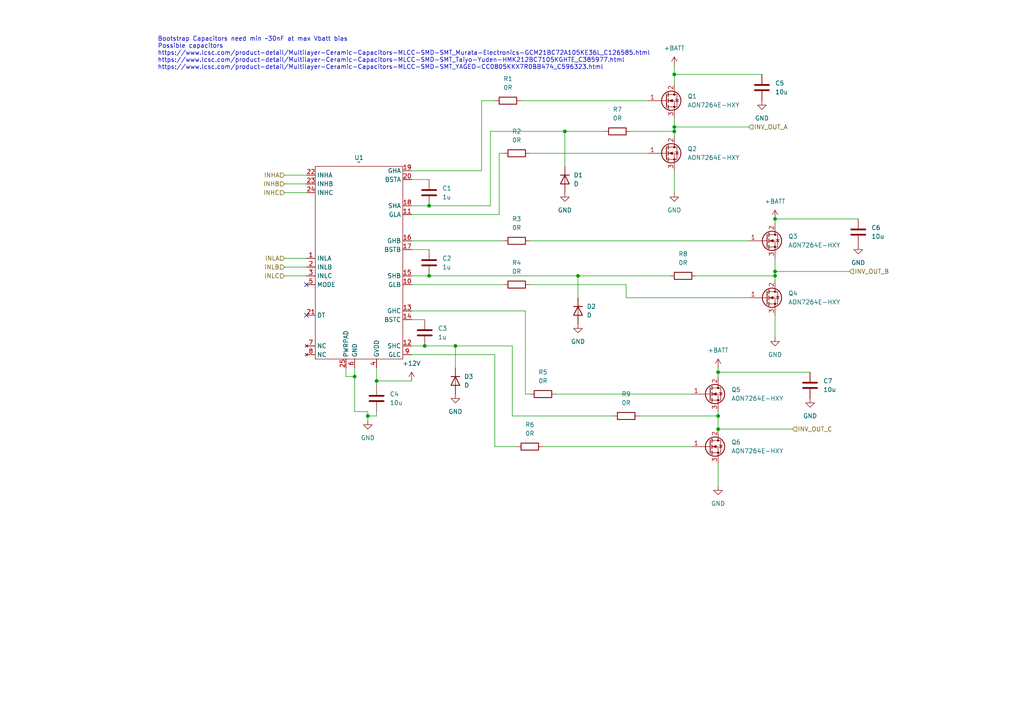
<source format=kicad_sch>
(kicad_sch (version 20230121) (generator eeschema)
  (paper "A4")
  (lib_symbols
    (symbol "Device:C" (pin_numbers hide) (pin_names (offset 0.254))
      (property "Reference" "C" (at 0.635 2.54 0))
      (property "Value" "C" (at 0.635 -2.54 0))
      (symbol "C_0_1"
        (polyline (pts (xy -2.032 -0.762) (xy 2.032 -0.762)) (stroke (width 0.508)))
        (polyline (pts (xy -2.032 0.762) (xy 2.032 0.762)) (stroke (width 0.508)))
      )
      (symbol "C_1_1"
        (pin passive line (at 0 3.81 270) (length 2.794) (name "~") (number "1"))
        (pin passive line (at 0 -3.81 90) (length 2.794) (name "~") (number "2"))
      )
    )
    (symbol "Device:D" (pin_numbers hide) (pin_names (offset 1.016) hide)
      (property "Reference" "D" (at 0 2.54 0))
      (property "Value" "D" (at 0 -2.54 0))
      (symbol "D_0_1"
        (polyline (pts (xy -1.27 1.27) (xy -1.27 -1.27)) (stroke (width 0.254)))
        (polyline (pts (xy 1.27 0) (xy -1.27 0)))
        (polyline (pts (xy 1.27 1.27) (xy 1.27 -1.27) (xy -1.27 0) (xy 1.27 1.27)) (stroke (width 0.254)))
      )
      (symbol "D_1_1"
        (pin passive line (at -3.81 0 0) (length 2.54) (name "K") (number "1"))
        (pin passive line (at 3.81 0 180) (length 2.54) (name "A") (number "2"))
      )
    )
    (symbol "Device:Q_NMOS_GDS" (pin_names (offset 0) hide)
      (property "Reference" "Q" (at 5.08 1.27 0))
      (property "Value" "Q_NMOS_GDS" (at 5.08 -1.27 0))
      (symbol "Q_NMOS_GDS_0_1"
        (polyline (pts (xy 0.254 0) (xy -2.54 0)))
        (polyline (pts (xy 0.254 1.905) (xy 0.254 -1.905)) (stroke (width 0.254)))
        (polyline (pts (xy 0.762 -1.27) (xy 0.762 -2.286)) (stroke (width 0.254)))
        (polyline (pts (xy 0.762 0.508) (xy 0.762 -0.508)) (stroke (width 0.254)))
        (polyline (pts (xy 0.762 2.286) (xy 0.762 1.27)) (stroke (width 0.254)))
        (polyline (pts (xy 2.54 2.54) (xy 2.54 1.778)))
        (polyline (pts (xy 2.54 -2.54) (xy 2.54 0) (xy 0.762 0)))
        (polyline (pts (xy 0.762 -1.778) (xy 3.302 -1.778) (xy 3.302 1.778) (xy 0.762 1.778)))
        (polyline (pts (xy 1.016 0) (xy 2.032 0.381) (xy 2.032 -0.381) (xy 1.016 0)) (fill (type outline)))
        (polyline (pts (xy 2.794 0.508) (xy 2.921 0.381) (xy 3.683 0.381) (xy 3.81 0.254)))
        (polyline (pts (xy 3.302 0.381) (xy 2.921 -0.254) (xy 3.683 -0.254) (xy 3.302 0.381)))
        (circle (center 1.651 0) (radius 2.794) (stroke (width 0.254)))
        (circle (center 2.54 -1.778) (radius 0.254) (fill (type outline)))
        (circle (center 2.54 1.778) (radius 0.254) (fill (type outline)))
      )
      (symbol "Q_NMOS_GDS_1_1"
        (pin input line (at -5.08 0 0) (length 2.54) (name "G") (number "1"))
        (pin passive line (at 2.54 5.08 270) (length 2.54) (name "D") (number "2"))
        (pin passive line (at 2.54 -5.08 90) (length 2.54) (name "S") (number "3"))
      )
    )
    (symbol "Device:R" (pin_numbers hide) (pin_names (offset 0))
      (property "Reference" "R" (at 2.032 0 90))
      (property "Value" "R" (at 0 0 90))
      (symbol "R_0_1"
        (rectangle (start -1.016 -2.54) (end 1.016 2.54) (stroke (width 0.254)))
      )
      (symbol "R_1_1"
        (pin passive line (at 0 3.81 270) (length 1.27) (name "~") (number "1"))
        (pin passive line (at 0 -3.81 90) (length 1.27) (name "~") (number "2"))
      )
    )
    (symbol "power:+12V" (power) (pin_names (offset 0))
      (property "Value" "+12V" (at 0 3.556 0))
      (symbol "+12V_0_1"
        (polyline (pts (xy -0.762 1.27) (xy 0 2.54)))
        (polyline (pts (xy 0 0) (xy 0 2.54)))
        (polyline (pts (xy 0 2.54) (xy 0.762 1.27)))
      )
      (symbol "+12V_1_1"
        (pin power_in line (at 0 0 90) (length 0) hide (name "+12V") (number "1"))
      )
    )
    (symbol "power:+BATT" (power) (pin_names (offset 0))
      (property "Value" "+BATT" (at 0 3.556 0))
      (symbol "+BATT_0_1"
        (polyline (pts (xy -0.762 1.27) (xy 0 2.54)))
        (polyline (pts (xy 0 0) (xy 0 2.54)))
        (polyline (pts (xy 0 2.54) (xy 0.762 1.27)))
      )
      (symbol "+BATT_1_1"
        (pin power_in line (at 0 0 90) (length 0) hide (name "+BATT") (number "1"))
      )
    )
    (symbol "power:GND" (power) (pin_names (offset 0))
      (property "Value" "GND" (at 0 -3.81 0))
      (symbol "GND_0_1"
        (polyline (pts (xy 0 0) (xy 0 -1.27) (xy 1.27 -1.27) (xy 0 -2.54) (xy -1.27 -1.27) (xy 0 -1.27)))
      )
      (symbol "GND_1_1"
        (pin power_in line (at 0 0 270) (length 0) hide (name "GND") (number "1"))
      )
    )
    (symbol "project:drv8300"
      (property "Reference" "U1" (at 0 1.27 0))
      (property "Value" "~" (at 0 0 0))
      (symbol "drv8300_0_1"
        (rectangle (start -12.7 -1.27) (end 12.7 -57.15))
      )
      (symbol "drv8300_1_1"
        (pin input line (at -15.24 -27.94 0) (length 2.54) (name "INLA") (number "1"))
        (pin output line (at 15.24 -35.56 180) (length 2.54) (name "GLB") (number "10"))
        (pin output line (at 15.24 -15.24 180) (length 2.54) (name "GLA") (number "11"))
        (pin input line (at 15.24 -53.34 180) (length 2.54) (name "SHC") (number "12"))
        (pin output line (at 15.24 -43.18 180) (length 2.54) (name "GHC") (number "13"))
        (pin input line (at 15.24 -45.72 180) (length 2.54) (name "BSTC") (number "14"))
        (pin input line (at 15.24 -33.02 180) (length 2.54) (name "SHB") (number "15"))
        (pin output line (at 15.24 -22.86 180) (length 2.54) (name "GHB") (number "16"))
        (pin input line (at 15.24 -25.4 180) (length 2.54) (name "BSTB") (number "17"))
        (pin input line (at 15.24 -12.7 180) (length 2.54) (name "SHA") (number "18"))
        (pin output line (at 15.24 -2.54 180) (length 2.54) (name "GHA") (number "19"))
        (pin input line (at -15.24 -30.48 0) (length 2.54) (name "INLB") (number "2"))
        (pin input line (at 15.24 -5.08 180) (length 2.54) (name "BSTA") (number "20"))
        (pin input line (at -15.24 -44.45 0) (length 2.54) (name "DT") (number "21"))
        (pin input line (at -15.24 -3.81 0) (length 2.54) (name "INHA") (number "22"))
        (pin input line (at -15.24 -6.35 0) (length 2.54) (name "INHB") (number "23"))
        (pin input line (at -15.24 -8.89 0) (length 2.54) (name "INHC") (number "24"))
        (pin power_in line (at -3.81 -59.69 90) (length 2.54) (name "PWRPAD") (number "25"))
        (pin input line (at -15.24 -33.02 0) (length 2.54) (name "INLC") (number "3"))
        (pin power_in line (at 5.08 -59.69 90) (length 2.54) (name "GVDD") (number "4"))
        (pin input line (at -15.24 -35.56 0) (length 2.54) (name "MODE") (number "5"))
        (pin power_in line (at -1.27 -59.69 90) (length 2.54) (name "GND") (number "6"))
        (pin no_connect line (at -15.24 -53.34 0) (length 2.54) (name "NC") (number "7"))
        (pin no_connect line (at -15.24 -55.88 0) (length 2.54) (name "NC") (number "8"))
        (pin output line (at 15.24 -55.88 180) (length 2.54) (name "GLC") (number "9"))
      )
    )
  )
  (junction (at 132.08 100.33))
  (junction (at 163.83 38.1))
  (junction (at 123.19 100.33))
  (junction (at 102.87 109.22))
  (junction (at 195.58 21.59))
  (junction (at 167.64 80.01))
  (junction (at 124.46 59.69))
  (junction (at 224.79 80.01))
  (junction (at 208.28 120.65))
  (junction (at 195.58 36.83))
  (junction (at 224.79 78.74))
  (junction (at 195.58 38.1))
  (junction (at 208.28 124.46))
  (junction (at 106.68 120.65))
  (junction (at 124.46 80.01))
  (junction (at 109.22 110.49))
  (junction (at 208.28 107.95))
  (junction (at 224.79 63.5))
  (no_connect (at 88.9 91.44))
  (no_connect (at 88.9 82.55))
  (wire (pts (xy 224.79 78.74) (xy 224.79 80.01)))
  (wire (pts (xy 124.46 80.01) (xy 167.64 80.01)))
  (wire (pts (xy 146.05 44.45) (xy 144.78 44.45)))
  (wire (pts (xy 208.28 120.65) (xy 208.28 124.46)))
  (wire (pts (xy 82.55 55.88) (xy 88.9 55.88)))
  (wire (pts (xy 149.86 129.54) (xy 143.51 129.54)))
  (wire (pts (xy 163.83 38.1) (xy 163.83 48.26)))
  (wire (pts (xy 224.79 91.44) (xy 224.79 97.79)))
  (wire (pts (xy 185.42 120.65) (xy 208.28 120.65)))
  (wire (pts (xy 82.55 77.47) (xy 88.9 77.47)))
  (wire (pts (xy 102.87 119.38) (xy 106.68 119.38)))
  (wire (pts (xy 224.79 78.74) (xy 246.38 78.74)))
  (wire (pts (xy 224.79 63.5) (xy 224.79 64.77)))
  (wire (pts (xy 139.7 29.21) (xy 139.7 49.53)))
  (wire (pts (xy 224.79 80.01) (xy 224.79 81.28)))
  (wire (pts (xy 106.68 119.38) (xy 106.68 120.65)))
  (wire (pts (xy 208.28 106.68) (xy 208.28 107.95)))
  (wire (pts (xy 132.08 100.33) (xy 132.08 106.68)))
  (wire (pts (xy 100.33 109.22) (xy 102.87 109.22)))
  (wire (pts (xy 153.67 69.85) (xy 217.17 69.85)))
  (wire (pts (xy 208.28 107.95) (xy 234.95 107.95)))
  (wire (pts (xy 195.58 36.83) (xy 217.17 36.83)))
  (wire (pts (xy 208.28 134.62) (xy 208.28 140.97)))
  (wire (pts (xy 102.87 109.22) (xy 102.87 119.38)))
  (wire (pts (xy 201.93 80.01) (xy 224.79 80.01)))
  (wire (pts (xy 139.7 29.21) (xy 143.51 29.21)))
  (wire (pts (xy 142.24 38.1) (xy 142.24 59.69)))
  (wire (pts (xy 195.58 38.1) (xy 195.58 36.83)))
  (wire (pts (xy 119.38 82.55) (xy 146.05 82.55)))
  (wire (pts (xy 181.61 82.55) (xy 181.61 86.36)))
  (wire (pts (xy 106.68 120.65) (xy 106.68 121.92)))
  (wire (pts (xy 143.51 102.87) (xy 119.38 102.87)))
  (wire (pts (xy 119.38 92.71) (xy 123.19 92.71)))
  (wire (pts (xy 217.17 86.36) (xy 181.61 86.36)))
  (wire (pts (xy 208.28 107.95) (xy 208.28 109.22)))
  (wire (pts (xy 109.22 119.38) (xy 109.22 120.65)))
  (wire (pts (xy 187.96 44.45) (xy 153.67 44.45)))
  (wire (pts (xy 100.33 106.68) (xy 100.33 109.22)))
  (wire (pts (xy 144.78 44.45) (xy 144.78 62.23)))
  (wire (pts (xy 82.55 74.93) (xy 88.9 74.93)))
  (wire (pts (xy 82.55 53.34) (xy 88.9 53.34)))
  (wire (pts (xy 182.88 38.1) (xy 195.58 38.1)))
  (wire (pts (xy 208.28 119.38) (xy 208.28 120.65)))
  (wire (pts (xy 195.58 38.1) (xy 195.58 39.37)))
  (wire (pts (xy 195.58 21.59) (xy 220.98 21.59)))
  (wire (pts (xy 163.83 38.1) (xy 175.26 38.1)))
  (wire (pts (xy 167.64 80.01) (xy 167.64 86.36)))
  (wire (pts (xy 119.38 100.33) (xy 123.19 100.33)))
  (wire (pts (xy 119.38 80.01) (xy 124.46 80.01)))
  (wire (pts (xy 151.13 29.21) (xy 187.96 29.21)))
  (wire (pts (xy 152.4 114.3) (xy 153.67 114.3)))
  (wire (pts (xy 119.38 52.07) (xy 124.46 52.07)))
  (wire (pts (xy 148.59 120.65) (xy 177.8 120.65)))
  (wire (pts (xy 119.38 59.69) (xy 124.46 59.69)))
  (wire (pts (xy 109.22 110.49) (xy 119.38 110.49)))
  (wire (pts (xy 208.28 124.46) (xy 229.87 124.46)))
  (wire (pts (xy 124.46 59.69) (xy 142.24 59.69)))
  (wire (pts (xy 82.55 50.8) (xy 88.9 50.8)))
  (wire (pts (xy 123.19 100.33) (xy 132.08 100.33)))
  (wire (pts (xy 109.22 110.49) (xy 109.22 111.76)))
  (wire (pts (xy 119.38 72.39) (xy 124.46 72.39)))
  (wire (pts (xy 132.08 100.33) (xy 148.59 100.33)))
  (wire (pts (xy 195.58 21.59) (xy 195.58 24.13)))
  (wire (pts (xy 119.38 49.53) (xy 139.7 49.53)))
  (wire (pts (xy 195.58 34.29) (xy 195.58 36.83)))
  (wire (pts (xy 109.22 106.68) (xy 109.22 110.49)))
  (wire (pts (xy 106.68 120.65) (xy 109.22 120.65)))
  (wire (pts (xy 148.59 120.65) (xy 148.59 100.33)))
  (wire (pts (xy 224.79 74.93) (xy 224.79 78.74)))
  (wire (pts (xy 224.79 63.5) (xy 248.92 63.5)))
  (wire (pts (xy 119.38 69.85) (xy 146.05 69.85)))
  (wire (pts (xy 152.4 90.17) (xy 152.4 114.3)))
  (wire (pts (xy 144.78 62.23) (xy 119.38 62.23)))
  (wire (pts (xy 143.51 129.54) (xy 143.51 102.87)))
  (wire (pts (xy 167.64 80.01) (xy 194.31 80.01)))
  (wire (pts (xy 142.24 38.1) (xy 163.83 38.1)))
  (wire (pts (xy 195.58 19.05) (xy 195.58 21.59)))
  (wire (pts (xy 102.87 106.68) (xy 102.87 109.22)))
  (wire (pts (xy 119.38 90.17) (xy 152.4 90.17)))
  (wire (pts (xy 161.29 114.3) (xy 200.66 114.3)))
  (wire (pts (xy 195.58 49.53) (xy 195.58 55.88)))
  (wire (pts (xy 82.55 80.01) (xy 88.9 80.01)))
  (wire (pts (xy 153.67 82.55) (xy 181.61 82.55)))
  (wire (pts (xy 200.66 129.54) (xy 157.48 129.54)))
  (text "Bootstrap Capacitors need min ~30nF at max Vbatt bias\nPossible capacitors\nhttps://www.lcsc.com/product-detail/Multilayer-Ceramic-Capacitors-MLCC-SMD-SMT_Murata-Electronics-GCM21BC72A105KE36L_C126585.html\nhttps://www.lcsc.com/product-detail/Multilayer-Ceramic-Capacitors-MLCC-SMD-SMT_Taiyo-Yuden-HMK212BC7105KGHTE_C385977.html\nhttps://www.lcsc.com/product-detail/Multilayer-Ceramic-Capacitors-MLCC-SMD-SMT_YAGEO-CC0805KKX7R0BB474_C596323.html\n" (at 45.72 20.32 0) (effects (font (size 1.27 1.27)) (justify left bottom)))
  (hierarchical_label "INV_OUT_C" (shape input) (at 229.87 124.46 0))
  (hierarchical_label "INV_OUT_A" (shape input) (at 217.17 36.83 0))
  (hierarchical_label "INHC" (shape input) (at 82.55 55.88 180))
  (hierarchical_label "INLA" (shape input) (at 82.55 74.93 180))
  (hierarchical_label "INV_OUT_B" (shape input) (at 246.38 78.74 0))
  (hierarchical_label "INHA" (shape input) (at 82.55 50.8 180))
  (hierarchical_label "INHB" (shape input) (at 82.55 53.34 180))
  (hierarchical_label "INLC" (shape input) (at 82.55 80.01 180))
  (hierarchical_label "INLB" (shape input) (at 82.55 77.47 180))
  (symbol (lib_id "power:GND") (at 106.68 121.92 0) (unit 1)
    (property "Reference" "#PWR07" (effects hide))
    (property "Value" "GND" (at 106.68 127 0))
  )
  (symbol (lib_id "Device:C") (at 124.46 55.88 0) (unit 1)
    (property "Reference" "C1" (at 128.27 54.61 0) (effects (justify left)))
    (property "Value" "1u" (at 128.27 57.15 0) (effects (justify left)))
    (property "Footprint" "Capacitor_SMD:C_0805_2012Metric" (effects hide))
    (property "Datasheet" "https://www.lcsc.com/product-detail/Multilayer-Ceramic-Capacitors-MLCC-SMD-SMT_YAGEO-CC0805KKX7R0BB474_C596323.html" (effects hide))
  )
  (symbol (lib_id "Device:D") (at 132.08 110.49 270) (unit 1)
    (property "Reference" "D3" (at 134.62 109.22 90) (effects (justify left)))
    (property "Value" "D" (at 134.62 111.76 90) (effects (justify left)))
    (property "Footprint" "Diode_SMD:D_0603_1608Metric" (effects hide))
    (property "Sim.Device" "D" (effects hide))
    (property "Sim.Pins" "1=K 2=A" (effects hide))
  )
  (symbol (lib_id "Device:Q_NMOS_GDS") (at 222.25 69.85 0) (unit 1)
    (property "Reference" "Q3" (at 228.6 68.58 0) (effects (justify left)))
    (property "Value" "AON7264E-HXY" (at 228.6 71.12 0) (effects (justify left)))
    (property "Footprint" "footprint_library:DFN3x3-8L" (effects hide))
  )
  (symbol (lib_id "Device:Q_NMOS_GDS") (at 205.74 129.54 0) (unit 1)
    (property "Reference" "Q6" (at 212.09 128.27 0) (effects (justify left)))
    (property "Value" "AON7264E-HXY" (at 212.09 130.81 0) (effects (justify left)))
    (property "Footprint" "footprint_library:DFN3x3-8L" (effects hide))
  )
  (symbol (lib_id "power:+BATT") (at 224.79 63.5 0) (unit 1)
    (property "Reference" "#PWR05" (effects hide))
    (property "Value" "+BATT" (at 224.79 58.42 0))
  )
  (symbol (lib_id "Device:Q_NMOS_GDS") (at 193.04 29.21 0) (unit 1)
    (property "Reference" "Q1" (at 199.39 27.94 0) (effects (justify left)))
    (property "Value" "AON7264E-HXY" (at 199.39 30.48 0) (effects (justify left)))
    (property "Footprint" "footprint_library:DFN3x3-8L" (effects hide))
  )
  (symbol (lib_id "Device:C") (at 109.22 115.57 0) (unit 1)
    (property "Reference" "C4" (at 113.03 114.3 0) (effects (justify left)))
    (property "Value" "10u" (at 113.03 116.84 0) (effects (justify left)))
    (property "Footprint" "Capacitor_SMD:C_0805_2012Metric" (effects hide))
    (property "Datasheet" "https://www.lcsc.com/product-detail/Multilayer-Ceramic-Capacitors-MLCC-SMD-SMT_Murata-Electronics-GRM21BR61H106KE43L_C440198.html" (effects hide))
  )
  (symbol (lib_id "power:GND") (at 132.08 114.3 0) (unit 1)
    (property "Reference" "#PWR014" (effects hide))
    (property "Value" "GND" (at 132.08 119.38 0))
  )
  (symbol (lib_id "Device:R") (at 179.07 38.1 90) (unit 1)
    (property "Reference" "R7" (at 179.07 31.75 90))
    (property "Value" "0R" (at 179.07 34.29 90))
    (property "Footprint" "Resistor_SMD:R_0402_1005Metric" (effects hide))
  )
  (symbol (lib_id "Device:C") (at 124.46 76.2 0) (unit 1)
    (property "Reference" "C2" (at 128.27 74.93 0) (effects (justify left)))
    (property "Value" "1u" (at 128.27 77.47 0) (effects (justify left)))
    (property "Footprint" "Capacitor_SMD:C_0805_2012Metric" (effects hide))
    (property "Datasheet" "https://www.lcsc.com/product-detail/Multilayer-Ceramic-Capacitors-MLCC-SMD-SMT_YAGEO-CC0805KKX7R0BB474_C596323.html" (effects hide))
  )
  (symbol (lib_id "power:+BATT") (at 208.28 106.68 0) (unit 1)
    (property "Reference" "#PWR01" (effects hide))
    (property "Value" "+BATT" (at 208.28 101.6 0))
  )
  (symbol (lib_id "Device:R") (at 181.61 120.65 90) (unit 1)
    (property "Reference" "R9" (at 181.61 114.3 90))
    (property "Value" "0R" (at 181.61 116.84 90))
    (property "Footprint" "Resistor_SMD:R_0402_1005Metric" (effects hide))
  )
  (symbol (lib_id "Device:C") (at 220.98 25.4 0) (unit 1)
    (property "Reference" "C5" (at 224.79 24.13 0) (effects (justify left)))
    (property "Value" "10u" (at 224.79 26.67 0) (effects (justify left)))
    (property "Footprint" "Capacitor_SMD:C_1210_3225Metric" (effects hide))
    (property "Datasheet" "https://www.lcsc.com/product-detail/Multilayer-Ceramic-Capacitors-MLCC-SMD-SMT_Murata-Electronics-GRM32EC72A106KE05L_C576517.html" (effects hide))
  )
  (symbol (lib_id "Device:R") (at 149.86 69.85 90) (unit 1)
    (property "Reference" "R3" (at 149.86 63.5 90))
    (property "Value" "0R" (at 149.86 66.04 90))
    (property "Footprint" "Resistor_SMD:R_0402_1005Metric" (effects hide))
  )
  (symbol (lib_id "Device:Q_NMOS_GDS") (at 205.74 114.3 0) (unit 1)
    (property "Reference" "Q5" (at 212.09 113.03 0) (effects (justify left)))
    (property "Value" "AON7264E-HXY" (at 212.09 115.57 0) (effects (justify left)))
    (property "Footprint" "footprint_library:DFN3x3-8L" (effects hide))
  )
  (symbol (lib_id "Device:R") (at 149.86 82.55 90) (unit 1)
    (property "Reference" "R4" (at 149.86 76.2 90))
    (property "Value" "0R" (at 149.86 78.74 90))
    (property "Footprint" "Resistor_SMD:R_0402_1005Metric" (effects hide))
  )
  (symbol (lib_id "Device:C") (at 234.95 111.76 0) (unit 1)
    (property "Reference" "C7" (at 238.76 110.49 0) (effects (justify left)))
    (property "Value" "10u" (at 238.76 113.03 0) (effects (justify left)))
    (property "Footprint" "Capacitor_SMD:C_1210_3225Metric" (effects hide))
    (property "Datasheet" "https://www.lcsc.com/product-detail/Multilayer-Ceramic-Capacitors-MLCC-SMD-SMT_Murata-Electronics-GRM32EC72A106KE05L_C576517.html" (effects hide))
  )
  (symbol (lib_id "power:GND") (at 224.79 97.79 0) (unit 1)
    (property "Reference" "#PWR06" (effects hide))
    (property "Value" "GND" (at 224.79 102.87 0))
  )
  (symbol (lib_id "power:GND") (at 163.83 55.88 0) (unit 1)
    (property "Reference" "#PWR012" (effects hide))
    (property "Value" "GND" (at 163.83 60.96 0))
  )
  (symbol (lib_id "power:GND") (at 167.64 93.98 0) (unit 1)
    (property "Reference" "#PWR013" (effects hide))
    (property "Value" "GND" (at 167.64 99.06 0))
  )
  (symbol (lib_id "Device:C") (at 248.92 67.31 0) (unit 1)
    (property "Reference" "C6" (at 252.73 66.04 0) (effects (justify left)))
    (property "Value" "10u" (at 252.73 68.58 0) (effects (justify left)))
    (property "Footprint" "Capacitor_SMD:C_1210_3225Metric" (effects hide))
    (property "Datasheet" "https://www.lcsc.com/product-detail/Multilayer-Ceramic-Capacitors-MLCC-SMD-SMT_Murata-Electronics-GRM32EC72A106KE05L_C576517.html" (effects hide))
  )
  (symbol (lib_id "Device:D") (at 163.83 52.07 270) (unit 1)
    (property "Reference" "D1" (at 166.37 50.8 90) (effects (justify left)))
    (property "Value" "D" (at 166.37 53.34 90) (effects (justify left)))
    (property "Footprint" "Diode_SMD:D_0603_1608Metric" (effects hide))
    (property "Sim.Device" "D" (effects hide))
    (property "Sim.Pins" "1=K 2=A" (effects hide))
  )
  (symbol (lib_id "Device:C") (at 123.19 96.52 0) (unit 1)
    (property "Reference" "C3" (at 127 95.25 0) (effects (justify left)))
    (property "Value" "1u" (at 127 97.79 0) (effects (justify left)))
    (property "Footprint" "Capacitor_SMD:C_0805_2012Metric" (effects hide))
    (property "Datasheet" "https://www.lcsc.com/product-detail/Multilayer-Ceramic-Capacitors-MLCC-SMD-SMT_YAGEO-CC0805KKX7R0BB474_C596323.html" (effects hide))
  )
  (symbol (lib_id "Device:R") (at 153.67 129.54 90) (unit 1)
    (property "Reference" "R6" (at 153.67 123.19 90))
    (property "Value" "0R" (at 153.67 125.73 90))
    (property "Footprint" "Resistor_SMD:R_0402_1005Metric" (effects hide))
  )
  (symbol (lib_id "power:GND") (at 208.28 140.97 0) (unit 1)
    (property "Reference" "#PWR02" (effects hide))
    (property "Value" "GND" (at 208.28 146.05 0))
  )
  (symbol (lib_id "power:GND") (at 248.92 71.12 0) (unit 1)
    (property "Reference" "#PWR010" (effects hide))
    (property "Value" "GND" (at 248.92 76.2 0))
  )
  (symbol (lib_id "Device:R") (at 157.48 114.3 90) (unit 1)
    (property "Reference" "R5" (at 157.48 107.95 90))
    (property "Value" "0R" (at 157.48 110.49 90))
    (property "Footprint" "Resistor_SMD:R_0402_1005Metric" (effects hide))
  )
  (symbol (lib_id "Device:Q_NMOS_GDS") (at 193.04 44.45 0) (unit 1)
    (property "Reference" "Q2" (at 199.39 43.18 0) (effects (justify left)))
    (property "Value" "AON7264E-HXY" (at 199.39 45.72 0) (effects (justify left)))
    (property "Footprint" "footprint_library:DFN3x3-8L" (effects hide))
  )
  (symbol (lib_id "power:GND") (at 220.98 29.21 0) (unit 1)
    (property "Reference" "#PWR09" (effects hide))
    (property "Value" "GND" (at 220.98 34.29 0))
  )
  (symbol (lib_id "Device:R") (at 147.32 29.21 90) (unit 1)
    (property "Reference" "R1" (at 147.32 22.86 90))
    (property "Value" "0R" (at 147.32 25.4 90))
    (property "Footprint" "Resistor_SMD:R_0402_1005Metric" (effects hide))
  )
  (symbol (lib_id "Device:D") (at 167.64 90.17 270) (unit 1)
    (property "Reference" "D2" (at 170.18 88.9 90) (effects (justify left)))
    (property "Value" "D" (at 170.18 91.44 90) (effects (justify left)))
    (property "Footprint" "Diode_SMD:D_0603_1608Metric" (effects hide))
    (property "Sim.Device" "D" (effects hide))
    (property "Sim.Pins" "1=K 2=A" (effects hide))
  )
  (symbol (lib_id "project:drv8300") (at 104.14 46.99 0) (unit 1)
    (property "Reference" "U1" (at 104.14 45.72 0))
    (property "Value" "~" (at 104.14 46.99 0))
    (property "Footprint" "Package_DFN_QFN:HVQFN-24-1EP_4x4mm_P0.5mm_EP2.5x2.5mm_ThermalVias" (effects hide))
  )
  (symbol (lib_id "power:GND") (at 234.95 115.57 0) (unit 1)
    (property "Reference" "#PWR011" (effects hide))
    (property "Value" "GND" (at 234.95 120.65 0))
  )
  (symbol (lib_id "power:+12V") (at 119.38 110.49 0) (unit 1)
    (property "Reference" "#PWR08" (effects hide))
    (property "Value" "+12V" (at 119.38 105.41 0))
  )
  (symbol (lib_id "power:GND") (at 195.58 55.88 0) (unit 1)
    (property "Reference" "#PWR04" (effects hide))
    (property "Value" "GND" (at 195.58 60.96 0))
  )
  (symbol (lib_id "power:+BATT") (at 195.58 19.05 0) (unit 1)
    (property "Reference" "#PWR03" (effects hide))
    (property "Value" "+BATT" (at 195.58 13.97 0))
  )
  (symbol (lib_id "Device:R") (at 198.12 80.01 90) (unit 1)
    (property "Reference" "R8" (at 198.12 73.66 90))
    (property "Value" "0R" (at 198.12 76.2 90))
    (property "Footprint" "Resistor_SMD:R_0402_1005Metric" (effects hide))
  )
  (symbol (lib_id "Device:R") (at 149.86 44.45 90) (unit 1)
    (property "Reference" "R2" (at 149.86 38.1 90))
    (property "Value" "0R" (at 149.86 40.64 90))
    (property "Footprint" "Resistor_SMD:R_0402_1005Metric" (effects hide))
  )
  (symbol (lib_id "Device:Q_NMOS_GDS") (at 222.25 86.36 0) (unit 1)
    (property "Reference" "Q4" (at 228.6 85.09 0) (effects (justify left)))
    (property "Value" "AON7264E-HXY" (at 228.6 87.63 0) (effects (justify left)))
    (property "Footprint" "footprint_library:DFN3x3-8L" (effects hide))
  )
)
</source>
